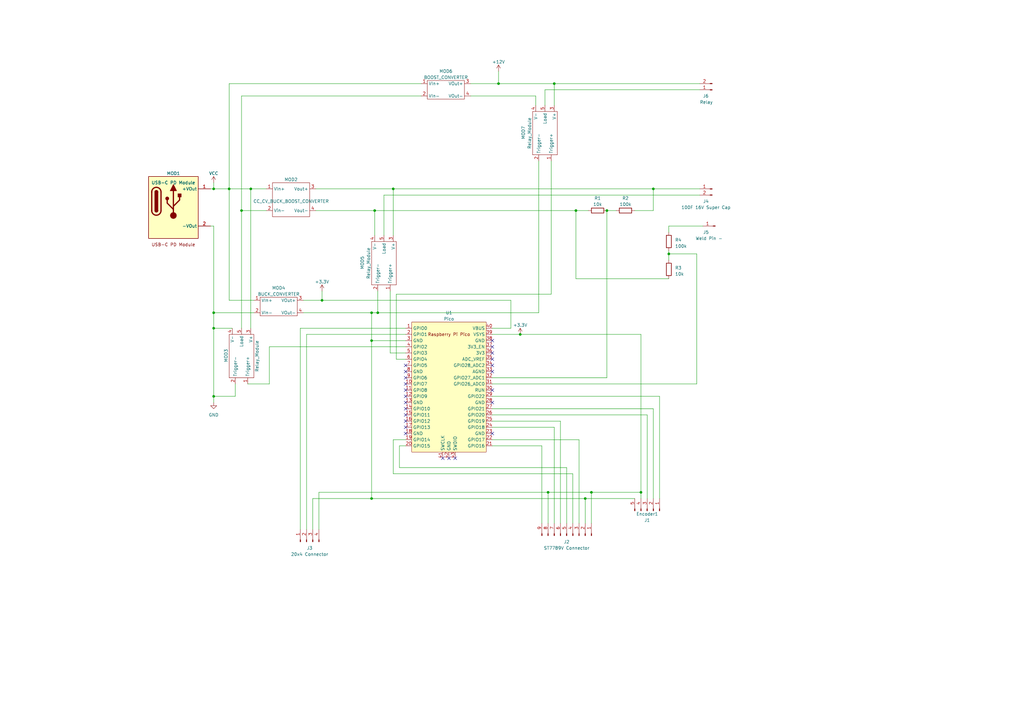
<source format=kicad_sch>
(kicad_sch (version 20230121) (generator eeschema)
  (paper "A3")
  (lib_symbols
    (symbol "Connector:Conn_01x01_Pin" (pin_names (offset 1.016) hide)
      (property "Reference" "J" (at 0 2.54 0))
      (property "Value" "Conn_01x01_Pin" (at 0 -2.54 0))
      (symbol "Conn_01x01_Pin_1_1"
        (polyline (pts (xy 1.27 0) (xy 0.8636 0)) (stroke (width 0.1524)))
        (rectangle (start 0.8636 0.127) (end 0 -0.127) (stroke (width 0.1524)) (fill (type outline)))
        (pin passive line (at 5.08 0 180) (length 3.81) (name "Pin_1") (number "1"))
      )
    )
    (symbol "Connector:Conn_01x02_Pin" (pin_names (offset 1.016) hide)
      (property "Reference" "J" (at 0 2.54 0))
      (property "Value" "Conn_01x02_Pin" (at 0 -5.08 0))
      (symbol "Conn_01x02_Pin_1_1"
        (polyline (pts (xy 1.27 -2.54) (xy 0.8636 -2.54)) (stroke (width 0.1524)))
        (polyline (pts (xy 1.27 0) (xy 0.8636 0)) (stroke (width 0.1524)))
        (rectangle (start 0.8636 -2.413) (end 0 -2.667) (stroke (width 0.1524)) (fill (type outline)))
        (rectangle (start 0.8636 0.127) (end 0 -0.127) (stroke (width 0.1524)) (fill (type outline)))
        (pin passive line (at 5.08 0 180) (length 3.81) (name "Pin_1") (number "1"))
        (pin passive line (at 5.08 -2.54 180) (length 3.81) (name "Pin_2") (number "2"))
      )
    )
    (symbol "Connector:Conn_01x04_Pin" (pin_names (offset 1.016) hide)
      (property "Reference" "J" (at 0 5.08 0))
      (property "Value" "Conn_01x04_Pin" (at 0 -7.62 0))
      (symbol "Conn_01x04_Pin_1_1"
        (polyline (pts (xy 1.27 -5.08) (xy 0.8636 -5.08)) (stroke (width 0.1524)))
        (polyline (pts (xy 1.27 -2.54) (xy 0.8636 -2.54)) (stroke (width 0.1524)))
        (polyline (pts (xy 1.27 0) (xy 0.8636 0)) (stroke (width 0.1524)))
        (polyline (pts (xy 1.27 2.54) (xy 0.8636 2.54)) (stroke (width 0.1524)))
        (rectangle (start 0.8636 -4.953) (end 0 -5.207) (stroke (width 0.1524)) (fill (type outline)))
        (rectangle (start 0.8636 -2.413) (end 0 -2.667) (stroke (width 0.1524)) (fill (type outline)))
        (rectangle (start 0.8636 0.127) (end 0 -0.127) (stroke (width 0.1524)) (fill (type outline)))
        (rectangle (start 0.8636 2.667) (end 0 2.413) (stroke (width 0.1524)) (fill (type outline)))
        (pin passive line (at 5.08 2.54 180) (length 3.81) (name "Pin_1") (number "1"))
        (pin passive line (at 5.08 0 180) (length 3.81) (name "Pin_2") (number "2"))
        (pin passive line (at 5.08 -2.54 180) (length 3.81) (name "Pin_3") (number "3"))
        (pin passive line (at 5.08 -5.08 180) (length 3.81) (name "Pin_4") (number "4"))
      )
    )
    (symbol "Connector:Conn_01x05_Pin" (pin_names (offset 1.016) hide)
      (property "Reference" "J" (at 0 7.62 0))
      (property "Value" "Conn_01x05_Pin" (at 0 -7.62 0))
      (symbol "Conn_01x05_Pin_1_1"
        (polyline (pts (xy 1.27 -5.08) (xy 0.8636 -5.08)) (stroke (width 0.1524)))
        (polyline (pts (xy 1.27 -2.54) (xy 0.8636 -2.54)) (stroke (width 0.1524)))
        (polyline (pts (xy 1.27 0) (xy 0.8636 0)) (stroke (width 0.1524)))
        (polyline (pts (xy 1.27 2.54) (xy 0.8636 2.54)) (stroke (width 0.1524)))
        (polyline (pts (xy 1.27 5.08) (xy 0.8636 5.08)) (stroke (width 0.1524)))
        (rectangle (start 0.8636 -4.953) (end 0 -5.207) (stroke (width 0.1524)) (fill (type outline)))
        (rectangle (start 0.8636 -2.413) (end 0 -2.667) (stroke (width 0.1524)) (fill (type outline)))
        (rectangle (start 0.8636 0.127) (end 0 -0.127) (stroke (width 0.1524)) (fill (type outline)))
        (rectangle (start 0.8636 2.667) (end 0 2.413) (stroke (width 0.1524)) (fill (type outline)))
        (rectangle (start 0.8636 5.207) (end 0 4.953) (stroke (width 0.1524)) (fill (type outline)))
        (pin passive line (at 5.08 5.08 180) (length 3.81) (name "Pin_1") (number "1"))
        (pin passive line (at 5.08 2.54 180) (length 3.81) (name "Pin_2") (number "2"))
        (pin passive line (at 5.08 0 180) (length 3.81) (name "Pin_3") (number "3"))
        (pin passive line (at 5.08 -2.54 180) (length 3.81) (name "Pin_4") (number "4"))
        (pin passive line (at 5.08 -5.08 180) (length 3.81) (name "Pin_5") (number "5"))
      )
    )
    (symbol "Connector:Conn_01x09_Pin" (pin_names (offset 1.016) hide)
      (property "Reference" "J" (at 0 12.7 0))
      (property "Value" "Conn_01x09_Pin" (at 0 -12.7 0))
      (symbol "Conn_01x09_Pin_1_1"
        (polyline (pts (xy 1.27 -10.16) (xy 0.8636 -10.16)) (stroke (width 0.1524)))
        (polyline (pts (xy 1.27 -7.62) (xy 0.8636 -7.62)) (stroke (width 0.1524)))
        (polyline (pts (xy 1.27 -5.08) (xy 0.8636 -5.08)) (stroke (width 0.1524)))
        (polyline (pts (xy 1.27 -2.54) (xy 0.8636 -2.54)) (stroke (width 0.1524)))
        (polyline (pts (xy 1.27 0) (xy 0.8636 0)) (stroke (width 0.1524)))
        (polyline (pts (xy 1.27 2.54) (xy 0.8636 2.54)) (stroke (width 0.1524)))
        (polyline (pts (xy 1.27 5.08) (xy 0.8636 5.08)) (stroke (width 0.1524)))
        (polyline (pts (xy 1.27 7.62) (xy 0.8636 7.62)) (stroke (width 0.1524)))
        (polyline (pts (xy 1.27 10.16) (xy 0.8636 10.16)) (stroke (width 0.1524)))
        (rectangle (start 0.8636 -10.033) (end 0 -10.287) (stroke (width 0.1524)) (fill (type outline)))
        (rectangle (start 0.8636 -7.493) (end 0 -7.747) (stroke (width 0.1524)) (fill (type outline)))
        (rectangle (start 0.8636 -4.953) (end 0 -5.207) (stroke (width 0.1524)) (fill (type outline)))
        (rectangle (start 0.8636 -2.413) (end 0 -2.667) (stroke (width 0.1524)) (fill (type outline)))
        (rectangle (start 0.8636 0.127) (end 0 -0.127) (stroke (width 0.1524)) (fill (type outline)))
        (rectangle (start 0.8636 2.667) (end 0 2.413) (stroke (width 0.1524)) (fill (type outline)))
        (rectangle (start 0.8636 5.207) (end 0 4.953) (stroke (width 0.1524)) (fill (type outline)))
        (rectangle (start 0.8636 7.747) (end 0 7.493) (stroke (width 0.1524)) (fill (type outline)))
        (rectangle (start 0.8636 10.287) (end 0 10.033) (stroke (width 0.1524)) (fill (type outline)))
        (pin passive line (at 5.08 10.16 180) (length 3.81) (name "Pin_1") (number "1"))
        (pin passive line (at 5.08 7.62 180) (length 3.81) (name "Pin_2") (number "2"))
        (pin passive line (at 5.08 5.08 180) (length 3.81) (name "Pin_3") (number "3"))
        (pin passive line (at 5.08 2.54 180) (length 3.81) (name "Pin_4") (number "4"))
        (pin passive line (at 5.08 0 180) (length 3.81) (name "Pin_5") (number "5"))
        (pin passive line (at 5.08 -2.54 180) (length 3.81) (name "Pin_6") (number "6"))
        (pin passive line (at 5.08 -5.08 180) (length 3.81) (name "Pin_7") (number "7"))
        (pin passive line (at 5.08 -7.62 180) (length 3.81) (name "Pin_8") (number "8"))
        (pin passive line (at 5.08 -10.16 180) (length 3.81) (name "Pin_9") (number "9"))
      )
    )
    (symbol "Custom_Modules:BOOST_CONVERTER"
      (property "Reference" "MOD" (at 0 5.08 0))
      (property "Value" "BOOST_CONVERTER" (at 0 0 0))
      (symbol "BOOST_CONVERTER_0_1"
        (rectangle (start -7.62 3.81) (end 7.62 -3.81))
      )
      (symbol "BOOST_CONVERTER_1_1"
        (pin power_in line (at -10.16 2.54 0) (length 2.54) (name "VIn+") (number "1"))
        (pin power_in line (at -10.16 -2.54 0) (length 2.54) (name "VIn-") (number "2"))
        (pin power_out line (at 10.16 2.54 180) (length 2.54) (name "VOut+") (number "3"))
        (pin power_out line (at 10.16 -2.54 180) (length 2.54) (name "VOut-") (number "4"))
      )
    )
    (symbol "Custom_Modules:BUCK_CONVERTER"
      (property "Reference" "MOD" (at 0 5.08 0))
      (property "Value" "BUCK_CONVERTER" (at 0 0 0))
      (symbol "BUCK_CONVERTER_0_1"
        (rectangle (start -7.62 3.81) (end 7.62 -3.81))
      )
      (symbol "BUCK_CONVERTER_1_1"
        (pin power_in line (at -10.16 2.54 0) (length 2.54) (name "VIn+") (number "1"))
        (pin power_in line (at -10.16 -2.54 0) (length 2.54) (name "VIn-") (number "2"))
        (pin power_out line (at 10.16 2.54 180) (length 2.54) (name "VOut+") (number "3"))
        (pin power_out line (at 10.16 -2.54 180) (length 2.54) (name "VOut-") (number "4"))
      )
    )
    (symbol "Custom_Modules:CC_CV_BUCK_BOOST_CONVERTER"
      (property "Reference" "MOD" (at 0 10.16 0))
      (property "Value" "CC_CV_BUCK_BOOST_CONVERTER" (at 0 0 0))
      (symbol "CC_CV_BUCK_BOOST_CONVERTER_0_1"
        (rectangle (start -7.62 7.62) (end 7.62 -6.35))
      )
      (symbol "CC_CV_BUCK_BOOST_CONVERTER_1_1"
        (pin power_in line (at -10.16 5.08 0) (length 2.54) (name "VIn+") (number "1"))
        (pin power_in line (at -10.16 -3.81 0) (length 2.54) (name "Vin-") (number "2"))
        (pin power_out line (at 10.16 5.08 180) (length 2.54) (name "Vout+") (number "3"))
        (pin power_out line (at 10.16 -3.81 180) (length 2.54) (name "Vout-") (number "4"))
      )
    )
    (symbol "Custom_Modules:Relay_Module"
      (property "Reference" "MOD" (at 0 6.35 0))
      (symbol "Relay_Module_0_1"
        (rectangle (start -8.89 5.08) (end 8.89 -5.08))
      )
      (symbol "Relay_Module_1_1"
        (pin input line (at -11.43 2.54 0) (length 2.54) (name "Trigger+") (number "1"))
        (pin input line (at -11.43 -2.54 0) (length 2.54) (name "Trigger-") (number "2"))
        (pin power_in line (at 11.43 3.81 180) (length 2.54) (name "V+") (number "3"))
        (pin power_in line (at 11.43 -3.81 180) (length 2.54) (name "V-") (number "4"))
        (pin power_out line (at 11.43 0 180) (length 2.54) (name "Load") (number "5"))
      )
    )
    (symbol "Custom_Modules:USBC_PD_Module"
      (property "Reference" "MOD" (at -19.05 17.78 0))
      (symbol "USBC_PD_Module_0_1"
        (rectangle (start -29.21 16.51) (end -8.89 -8.89) (stroke (width 0.254)) (fill (type background)))
        (arc (start -27.94 2.54) (mid -26.035 0.6433) (end -24.13 2.54) (stroke (width 0.508)))
        (arc (start -26.67 2.54) (mid -26.035 1.9077) (end -25.4 2.54) (stroke (width 0.254)))
        (arc (start -26.67 2.54) (mid -26.035 1.9077) (end -25.4 2.54) (stroke (width 0.254)) (fill (type outline)))
        (rectangle (start -26.67 10.16) (end -25.4 2.54) (stroke (width 0.254)) (fill (type outline)))
        (arc (start -25.4 10.16) (mid -26.035 10.7923) (end -26.67 10.16) (stroke (width 0.254)))
        (arc (start -25.4 10.16) (mid -26.035 10.7923) (end -26.67 10.16) (stroke (width 0.254)) (fill (type outline)))
        (arc (start -24.13 10.16) (mid -26.035 12.0567) (end -27.94 10.16) (stroke (width 0.508)))
        (circle (center -21.59 7.493) (radius 0.635) (stroke (width 0.254)) (fill (type outline)))
        (circle (center -19.05 0.508) (radius 1.27) (fill (type outline)))
        (rectangle (start -17.145 8.128) (end -15.875 9.398) (stroke (width 0.254)) (fill (type outline)))
        (polyline (pts (xy -27.94 2.54) (xy -27.94 10.16)) (stroke (width 0.508)))
        (polyline (pts (xy -24.13 10.16) (xy -24.13 2.54)) (stroke (width 0.508)))
        (polyline (pts (xy -19.05 0.508) (xy -19.05 10.668)) (stroke (width 0.508)))
        (polyline (pts (xy -19.05 3.048) (xy -21.59 5.588) (xy -21.59 6.858)) (stroke (width 0.508)))
        (polyline (pts (xy -19.05 4.318) (xy -16.51 6.858) (xy -16.51 8.128)) (stroke (width 0.508)))
        (polyline (pts (xy -20.32 10.668) (xy -19.05 13.208) (xy -17.78 10.668) (xy -20.32 10.668)) (stroke (width 0.254)) (fill (type outline)))
        (text "USB-C PD Module\n" (at -19.05 -11.43 0) (effects (font (size 1.27 1.27))))
      )
      (symbol "USBC_PD_Module_1_1"
        (pin power_out line (at -3.81 11.43 180) (length 5.08) (name "+VOut") (number "1"))
        (pin power_out line (at -3.81 -3.81 180) (length 5.08) (name "-VOut") (number "2"))
      )
    )
    (symbol "Device:R" (pin_numbers hide) (pin_names (offset 0))
      (property "Reference" "R" (at 2.032 0 90))
      (property "Value" "R" (at 0 0 90))
      (symbol "R_0_1"
        (rectangle (start -1.016 -2.54) (end 1.016 2.54) (stroke (width 0.254)))
      )
      (symbol "R_1_1"
        (pin passive line (at 0 3.81 270) (length 1.27) (name "~") (number "1"))
        (pin passive line (at 0 -3.81 90) (length 1.27) (name "~") (number "2"))
      )
    )
    (symbol "MCU_RaspberryPi_and_Boards:Pico"
      (property "Reference" "U" (at -13.97 27.94 0))
      (property "Value" "Pico" (at 0 19.05 0))
      (symbol "Pico_0_0"
        (text "Raspberry Pi Pico" (at 0 21.59 0) (effects (font (size 1.27 1.27))))
      )
      (symbol "Pico_0_1"
        (rectangle (start -15.24 26.67) (end 15.24 -26.67) (fill (type background)))
      )
      (symbol "Pico_1_1"
        (pin bidirectional line (at -17.78 24.13 0) (length 2.54) (name "GPIO0") (number "1"))
        (pin bidirectional line (at -17.78 1.27 0) (length 2.54) (name "GPIO7") (number "10"))
        (pin bidirectional line (at -17.78 -1.27 0) (length 2.54) (name "GPIO8") (number "11"))
        (pin bidirectional line (at -17.78 -3.81 0) (length 2.54) (name "GPIO9") (number "12"))
        (pin power_in line (at -17.78 -6.35 0) (length 2.54) (name "GND") (number "13"))
        (pin bidirectional line (at -17.78 -8.89 0) (length 2.54) (name "GPIO10") (number "14"))
        (pin bidirectional line (at -17.78 -11.43 0) (length 2.54) (name "GPIO11") (number "15"))
        (pin bidirectional line (at -17.78 -13.97 0) (length 2.54) (name "GPIO12") (number "16"))
        (pin bidirectional line (at -17.78 -16.51 0) (length 2.54) (name "GPIO13") (number "17"))
        (pin power_in line (at -17.78 -19.05 0) (length 2.54) (name "GND") (number "18"))
        (pin bidirectional line (at -17.78 -21.59 0) (length 2.54) (name "GPIO14") (number "19"))
        (pin bidirectional line (at -17.78 21.59 0) (length 2.54) (name "GPIO1") (number "2"))
        (pin bidirectional line (at -17.78 -24.13 0) (length 2.54) (name "GPIO15") (number "20"))
        (pin bidirectional line (at 17.78 -24.13 180) (length 2.54) (name "GPIO16") (number "21"))
        (pin bidirectional line (at 17.78 -21.59 180) (length 2.54) (name "GPIO17") (number "22"))
        (pin power_in line (at 17.78 -19.05 180) (length 2.54) (name "GND") (number "23"))
        (pin bidirectional line (at 17.78 -16.51 180) (length 2.54) (name "GPIO18") (number "24"))
        (pin bidirectional line (at 17.78 -13.97 180) (length 2.54) (name "GPIO19") (number "25"))
        (pin bidirectional line (at 17.78 -11.43 180) (length 2.54) (name "GPIO20") (number "26"))
        (pin bidirectional line (at 17.78 -8.89 180) (length 2.54) (name "GPIO21") (number "27"))
        (pin power_in line (at 17.78 -6.35 180) (length 2.54) (name "GND") (number "28"))
        (pin bidirectional line (at 17.78 -3.81 180) (length 2.54) (name "GPIO22") (number "29"))
        (pin power_in line (at -17.78 19.05 0) (length 2.54) (name "GND") (number "3"))
        (pin input line (at 17.78 -1.27 180) (length 2.54) (name "RUN") (number "30"))
        (pin bidirectional line (at 17.78 1.27 180) (length 2.54) (name "GPIO26_ADC0") (number "31"))
        (pin bidirectional line (at 17.78 3.81 180) (length 2.54) (name "GPIO27_ADC1") (number "32"))
        (pin power_in line (at 17.78 6.35 180) (length 2.54) (name "AGND") (number "33"))
        (pin bidirectional line (at 17.78 8.89 180) (length 2.54) (name "GPIO28_ADC2") (number "34"))
        (pin power_in line (at 17.78 11.43 180) (length 2.54) (name "ADC_VREF") (number "35"))
        (pin power_in line (at 17.78 13.97 180) (length 2.54) (name "3V3") (number "36"))
        (pin input line (at 17.78 16.51 180) (length 2.54) (name "3V3_EN") (number "37"))
        (pin bidirectional line (at 17.78 19.05 180) (length 2.54) (name "GND") (number "38"))
        (pin power_in line (at 17.78 21.59 180) (length 2.54) (name "VSYS") (number "39"))
        (pin bidirectional line (at -17.78 16.51 0) (length 2.54) (name "GPIO2") (number "4"))
        (pin power_in line (at 17.78 24.13 180) (length 2.54) (name "VBUS") (number "40"))
        (pin input line (at -2.54 -29.21 90) (length 2.54) (name "SWCLK") (number "41"))
        (pin power_in line (at 0 -29.21 90) (length 2.54) (name "GND") (number "42"))
        (pin bidirectional line (at 2.54 -29.21 90) (length 2.54) (name "SWDIO") (number "43"))
        (pin bidirectional line (at -17.78 13.97 0) (length 2.54) (name "GPIO3") (number "5"))
        (pin bidirectional line (at -17.78 11.43 0) (length 2.54) (name "GPIO4") (number "6"))
        (pin bidirectional line (at -17.78 8.89 0) (length 2.54) (name "GPIO5") (number "7"))
        (pin power_in line (at -17.78 6.35 0) (length 2.54) (name "GND") (number "8"))
        (pin bidirectional line (at -17.78 3.81 0) (length 2.54) (name "GPIO6") (number "9"))
      )
    )
    (symbol "power:+12V" (power) (pin_names (offset 0))
      (property "Value" "+12V" (at 0 3.556 0))
      (symbol "+12V_0_1"
        (polyline (pts (xy -0.762 1.27) (xy 0 2.54)))
        (polyline (pts (xy 0 0) (xy 0 2.54)))
        (polyline (pts (xy 0 2.54) (xy 0.762 1.27)))
      )
      (symbol "+12V_1_1"
        (pin power_in line (at 0 0 90) (length 0) hide (name "+12V") (number "1"))
      )
    )
    (symbol "power:+3.3V" (power) (pin_names (offset 0))
      (property "Value" "+3.3V" (at 0 3.556 0))
      (symbol "+3.3V_0_1"
        (polyline (pts (xy -0.762 1.27) (xy 0 2.54)))
        (polyline (pts (xy 0 0) (xy 0 2.54)))
        (polyline (pts (xy 0 2.54) (xy 0.762 1.27)))
      )
      (symbol "+3.3V_1_1"
        (pin power_in line (at 0 0 90) (length 0) hide (name "+3.3V") (number "1"))
      )
    )
    (symbol "power:GND" (power) (pin_names (offset 0))
      (property "Value" "GND" (at 0 -3.81 0))
      (symbol "GND_0_1"
        (polyline (pts (xy 0 0) (xy 0 -1.27) (xy 1.27 -1.27) (xy 0 -2.54) (xy -1.27 -1.27) (xy 0 -1.27)))
      )
      (symbol "GND_1_1"
        (pin power_in line (at 0 0 270) (length 0) hide (name "GND") (number "1"))
      )
    )
    (symbol "power:VCC" (power) (pin_names (offset 0))
      (property "Value" "VCC" (at 0 3.81 0))
      (symbol "VCC_0_1"
        (polyline (pts (xy -0.762 1.27) (xy 0 2.54)))
        (polyline (pts (xy 0 0) (xy 0 2.54)))
        (polyline (pts (xy 0 2.54) (xy 0.762 1.27)))
      )
      (symbol "VCC_1_1"
        (pin power_in line (at 0 0 90) (length 0) hide (name "VCC") (number "1"))
      )
    )
  )
  (junction (at 93.98 77.47))
  (junction (at 154.94 128.27))
  (junction (at 102.87 77.47))
  (junction (at 153.67 86.36))
  (junction (at 152.4 204.47))
  (junction (at 204.47 34.29))
  (junction (at 152.4 139.7))
  (junction (at 87.63 134.62))
  (junction (at 161.29 77.47))
  (junction (at 248.92 86.36))
  (junction (at 213.36 137.16))
  (junction (at 87.63 162.56))
  (junction (at 240.03 204.47))
  (junction (at 227.33 34.29))
  (junction (at 236.22 86.36))
  (junction (at 87.63 128.27))
  (junction (at 99.06 86.36))
  (junction (at 224.79 201.93))
  (junction (at 152.4 128.27))
  (junction (at 132.08 123.19))
  (junction (at 87.63 77.47))
  (junction (at 242.57 201.93))
  (junction (at 274.32 104.14))
  (junction (at 267.97 77.47))
  (junction (at 262.89 201.93))
  (no_connect (at 166.37 172.72))
  (no_connect (at 166.37 154.94))
  (no_connect (at 201.93 149.86))
  (no_connect (at 201.93 160.02))
  (no_connect (at 166.37 160.02))
  (no_connect (at 166.37 149.86))
  (no_connect (at 201.93 177.8))
  (no_connect (at 201.93 165.1))
  (no_connect (at 184.15 187.96))
  (no_connect (at 201.93 147.32))
  (no_connect (at 166.37 152.4))
  (no_connect (at 186.69 187.96))
  (no_connect (at 166.37 162.56))
  (no_connect (at 166.37 175.26))
  (no_connect (at 166.37 167.64))
  (no_connect (at 166.37 165.1))
  (no_connect (at 166.37 170.18))
  (no_connect (at 166.37 177.8))
  (no_connect (at 201.93 142.24))
  (no_connect (at 201.93 152.4))
  (no_connect (at 166.37 157.48))
  (no_connect (at 201.93 139.7))
  (no_connect (at 201.93 144.78))
  (no_connect (at 181.61 187.96))
  (wire (pts (xy 87.63 128.27) (xy 104.14 128.27)))
  (wire (pts (xy 102.87 77.47) (xy 102.87 134.62)))
  (wire (pts (xy 161.29 194.31) (xy 234.95 194.31)))
  (wire (pts (xy 99.06 39.37) (xy 99.06 86.36)))
  (wire (pts (xy 204.47 34.29) (xy 227.33 34.29)))
  (wire (pts (xy 267.97 77.47) (xy 267.97 86.36)))
  (wire (pts (xy 99.06 39.37) (xy 172.72 39.37)))
  (wire (pts (xy 87.63 162.56) (xy 96.52 162.56)))
  (wire (pts (xy 287.02 36.83) (xy 223.52 36.83)))
  (wire (pts (xy 227.33 175.26) (xy 227.33 214.63)))
  (wire (pts (xy 204.47 29.21) (xy 204.47 34.29)))
  (wire (pts (xy 248.92 86.36) (xy 252.73 86.36)))
  (wire (pts (xy 123.19 217.17) (xy 123.19 134.62)))
  (wire (pts (xy 162.56 120.65) (xy 226.06 120.65)))
  (wire (pts (xy 274.32 102.87) (xy 274.32 104.14)))
  (wire (pts (xy 110.49 157.48) (xy 101.6 157.48)))
  (wire (pts (xy 209.55 123.19) (xy 209.55 134.62)))
  (wire (pts (xy 224.79 214.63) (xy 224.79 201.93)))
  (wire (pts (xy 87.63 162.56) (xy 87.63 134.62)))
  (wire (pts (xy 248.92 86.36) (xy 248.92 154.94)))
  (wire (pts (xy 236.22 114.3) (xy 236.22 86.36)))
  (wire (pts (xy 236.22 86.36) (xy 241.3 86.36)))
  (wire (pts (xy 125.73 137.16) (xy 125.73 217.17)))
  (wire (pts (xy 128.27 204.47) (xy 152.4 204.47)))
  (wire (pts (xy 99.06 134.62) (xy 99.06 86.36)))
  (wire (pts (xy 201.93 157.48) (xy 285.75 157.48)))
  (wire (pts (xy 124.46 128.27) (xy 152.4 128.27)))
  (wire (pts (xy 224.79 201.93) (xy 130.81 201.93)))
  (wire (pts (xy 201.93 167.64) (xy 267.97 167.64)))
  (wire (pts (xy 87.63 165.1) (xy 87.63 162.56)))
  (wire (pts (xy 274.32 92.71) (xy 274.32 95.25)))
  (wire (pts (xy 287.02 80.01) (xy 157.48 80.01)))
  (wire (pts (xy 227.33 34.29) (xy 287.02 34.29)))
  (wire (pts (xy 229.87 214.63) (xy 229.87 172.72)))
  (wire (pts (xy 129.54 77.47) (xy 161.29 77.47)))
  (wire (pts (xy 152.4 139.7) (xy 166.37 139.7)))
  (wire (pts (xy 201.93 154.94) (xy 248.92 154.94)))
  (wire (pts (xy 166.37 182.88) (xy 163.83 182.88)))
  (wire (pts (xy 274.32 104.14) (xy 274.32 106.68)))
  (wire (pts (xy 152.4 139.7) (xy 152.4 128.27)))
  (wire (pts (xy 93.98 34.29) (xy 93.98 77.47)))
  (wire (pts (xy 274.32 114.3) (xy 236.22 114.3)))
  (wire (pts (xy 240.03 204.47) (xy 260.35 204.47)))
  (wire (pts (xy 87.63 128.27) (xy 87.63 134.62)))
  (wire (pts (xy 129.54 86.36) (xy 153.67 86.36)))
  (wire (pts (xy 201.93 182.88) (xy 222.25 182.88)))
  (wire (pts (xy 152.4 204.47) (xy 240.03 204.47)))
  (wire (pts (xy 201.93 175.26) (xy 227.33 175.26)))
  (wire (pts (xy 110.49 142.24) (xy 110.49 157.48)))
  (wire (pts (xy 267.97 167.64) (xy 267.97 204.47)))
  (wire (pts (xy 237.49 180.34) (xy 237.49 214.63)))
  (wire (pts (xy 130.81 201.93) (xy 130.81 217.17)))
  (wire (pts (xy 153.67 86.36) (xy 236.22 86.36)))
  (wire (pts (xy 153.67 86.36) (xy 153.67 96.52)))
  (wire (pts (xy 260.35 86.36) (xy 267.97 86.36)))
  (wire (pts (xy 201.93 137.16) (xy 213.36 137.16)))
  (wire (pts (xy 86.36 77.47) (xy 87.63 77.47)))
  (wire (pts (xy 87.63 134.62) (xy 95.25 134.62)))
  (wire (pts (xy 132.08 123.19) (xy 209.55 123.19)))
  (wire (pts (xy 265.43 170.18) (xy 265.43 204.47)))
  (wire (pts (xy 163.83 182.88) (xy 163.83 191.77)))
  (wire (pts (xy 87.63 92.71) (xy 86.36 92.71)))
  (wire (pts (xy 232.41 191.77) (xy 232.41 214.63)))
  (wire (pts (xy 201.93 134.62) (xy 209.55 134.62)))
  (wire (pts (xy 267.97 77.47) (xy 287.02 77.47)))
  (wire (pts (xy 152.4 139.7) (xy 152.4 204.47)))
  (wire (pts (xy 166.37 142.24) (xy 110.49 142.24)))
  (wire (pts (xy 93.98 77.47) (xy 93.98 123.19)))
  (wire (pts (xy 124.46 123.19) (xy 132.08 123.19)))
  (wire (pts (xy 154.94 119.38) (xy 154.94 128.27)))
  (wire (pts (xy 223.52 36.83) (xy 223.52 43.18)))
  (wire (pts (xy 128.27 217.17) (xy 128.27 204.47)))
  (wire (pts (xy 161.29 77.47) (xy 267.97 77.47)))
  (wire (pts (xy 240.03 204.47) (xy 240.03 214.63)))
  (wire (pts (xy 166.37 144.78) (xy 160.02 144.78)))
  (wire (pts (xy 222.25 182.88) (xy 222.25 214.63)))
  (wire (pts (xy 285.75 157.48) (xy 285.75 104.14)))
  (wire (pts (xy 234.95 194.31) (xy 234.95 214.63)))
  (wire (pts (xy 93.98 77.47) (xy 102.87 77.47)))
  (wire (pts (xy 87.63 92.71) (xy 87.63 128.27)))
  (wire (pts (xy 201.93 162.56) (xy 270.51 162.56)))
  (wire (pts (xy 201.93 180.34) (xy 237.49 180.34)))
  (wire (pts (xy 213.36 137.16) (xy 262.89 137.16)))
  (wire (pts (xy 166.37 180.34) (xy 161.29 180.34)))
  (wire (pts (xy 123.19 134.62) (xy 166.37 134.62)))
  (wire (pts (xy 226.06 120.65) (xy 226.06 66.04)))
  (wire (pts (xy 161.29 96.52) (xy 161.29 77.47)))
  (wire (pts (xy 166.37 137.16) (xy 125.73 137.16)))
  (wire (pts (xy 193.04 39.37) (xy 219.71 39.37)))
  (wire (pts (xy 285.75 104.14) (xy 274.32 104.14)))
  (wire (pts (xy 163.83 191.77) (xy 232.41 191.77)))
  (wire (pts (xy 87.63 74.93) (xy 87.63 77.47)))
  (wire (pts (xy 193.04 34.29) (xy 204.47 34.29)))
  (wire (pts (xy 93.98 34.29) (xy 172.72 34.29)))
  (wire (pts (xy 262.89 137.16) (xy 262.89 201.93)))
  (wire (pts (xy 220.98 128.27) (xy 154.94 128.27)))
  (wire (pts (xy 132.08 119.38) (xy 132.08 123.19)))
  (wire (pts (xy 160.02 144.78) (xy 160.02 119.38)))
  (wire (pts (xy 224.79 201.93) (xy 242.57 201.93)))
  (wire (pts (xy 157.48 80.01) (xy 157.48 96.52)))
  (wire (pts (xy 102.87 77.47) (xy 109.22 77.47)))
  (wire (pts (xy 262.89 201.93) (xy 262.89 204.47)))
  (wire (pts (xy 227.33 34.29) (xy 227.33 43.18)))
  (wire (pts (xy 87.63 77.47) (xy 93.98 77.47)))
  (wire (pts (xy 219.71 39.37) (xy 219.71 43.18)))
  (wire (pts (xy 154.94 128.27) (xy 152.4 128.27)))
  (wire (pts (xy 166.37 147.32) (xy 162.56 147.32)))
  (wire (pts (xy 220.98 66.04) (xy 220.98 128.27)))
  (wire (pts (xy 242.57 201.93) (xy 262.89 201.93)))
  (wire (pts (xy 242.57 214.63) (xy 242.57 201.93)))
  (wire (pts (xy 99.06 86.36) (xy 109.22 86.36)))
  (wire (pts (xy 201.93 172.72) (xy 229.87 172.72)))
  (wire (pts (xy 162.56 147.32) (xy 162.56 120.65)))
  (wire (pts (xy 201.93 170.18) (xy 265.43 170.18)))
  (wire (pts (xy 96.52 157.48) (xy 96.52 162.56)))
  (wire (pts (xy 93.98 123.19) (xy 104.14 123.19)))
  (wire (pts (xy 270.51 162.56) (xy 270.51 204.47)))
  (wire (pts (xy 161.29 180.34) (xy 161.29 194.31)))
  (wire (pts (xy 288.29 92.71) (xy 274.32 92.71)))
  (symbol (lib_id "Device:R") (at 274.32 99.06 0) (unit 1)
    (property "Reference" "R4" (at 276.86 98.425 0) (effects (justify left)))
    (property "Value" "100k" (at 276.86 100.965 0) (effects (justify left)))
    (property "Footprint" "Resistor_THT:R_Axial_DIN0204_L3.6mm_D1.6mm_P1.90mm_Vertical" (effects hide))
  )
  (symbol (lib_id "Connector:Conn_01x05_Pin") (at 265.43 209.55 270) (mirror x) (unit 1)
    (property "Reference" "J1" (at 265.43 213.36 90))
    (property "Value" "Encoder1" (at 265.43 210.82 90))
    (property "Footprint" "Connector_JST:JST_EH_B5B-EH-A_1x05_P2.50mm_Vertical" (effects hide))
  )
  (symbol (lib_id "Connector:Conn_01x09_Pin") (at 232.41 219.71 270) (mirror x) (unit 1)
    (property "Reference" "J2" (at 232.41 222.25 90))
    (property "Value" "ST7789V Connector" (at 232.41 224.79 90))
    (property "Footprint" "Connector_JST:JST_EH_B9B-EH-A_1x09_P2.50mm_Vertical" (effects hide))
  )
  (symbol (lib_id "power:+3.3V") (at 132.08 119.38 0) (unit 1)
    (property "Reference" "#PWR03" (effects hide))
    (property "Value" "+5V" (at 132.08 115.57 0))
  )
  (symbol (lib_id "Connector:Conn_01x02_Pin") (at 292.1 77.47 0) (mirror y) (unit 1)
    (property "Reference" "J4" (at 289.56 82.55 0))
    (property "Value" "100F 16V Super Cap" (at 289.56 85.09 0))
    (property "Footprint" "Connector_JST:JST_EH_B2B-EH-A_1x02_P2.50mm_Vertical" (effects hide))
  )
  (symbol (lib_id "MCU_RaspberryPi_and_Boards:Pico") (at 184.15 158.75 0) (unit 1)
    (property "Reference" "U1" (at 184.15 128.27 0))
    (property "Value" "Pico" (at 184.15 130.81 0))
    (property "Footprint" "MCU_RaspberryPi_and_Boards:RPi_Pico_SMD_TH" (effects hide))
  )
  (symbol (lib_id "Connector:Conn_01x01_Pin") (at 293.37 92.71 0) (mirror y) (unit 1)
    (property "Reference" "J5" (at 289.56 95.25 0))
    (property "Value" "Weld Pin -" (at 290.83 97.79 0))
    (property "Footprint" "Connector_JST:JST_EH_B2B-EH-A_1x02_P2.50mm_Vertical" (effects hide))
  )
  (symbol (lib_id "power:+12V") (at 204.47 29.21 0) (unit 1)
    (property "Reference" "#PWR04" (effects hide))
    (property "Value" "+12V" (at 204.47 25.4 0))
  )
  (symbol (lib_id "Device:R") (at 274.32 110.49 0) (unit 1)
    (property "Reference" "R3" (at 276.86 109.855 0) (effects (justify left)))
    (property "Value" "10k" (at 276.86 112.395 0) (effects (justify left)))
    (property "Footprint" "Resistor_THT:R_Axial_DIN0204_L3.6mm_D1.6mm_P1.90mm_Vertical" (effects hide))
  )
  (symbol (lib_id "Custom_Modules:Relay_Module") (at 223.52 54.61 270) (mirror x) (unit 1)
    (property "Reference" "MOD7" (at 214.63 57.15 0) (effects (justify left)))
    (property "Value" "Relay_Module" (at 217.17 54.61 0))
    (property "Footprint" "Custom_Modules:Relay_Module" (effects hide))
  )
  (symbol (lib_id "Connector:Conn_01x02_Pin") (at 292.1 36.83 180) (unit 1)
    (property "Reference" "J6" (at 288.29 39.37 0) (effects (justify right)))
    (property "Value" "Relay" (at 287.02 41.91 0) (effects (justify right)))
    (property "Footprint" "Connector_JST:JST_EH_B2B-EH-A_1x02_P2.50mm_Vertical" (effects hide))
  )
  (symbol (lib_id "power:VCC") (at 87.63 74.93 0) (unit 1)
    (property "Reference" "#PWR02" (effects hide))
    (property "Value" "VCC" (at 87.63 71.12 0))
  )
  (symbol (lib_id "power:+3.3V") (at 213.36 137.16 0) (unit 1)
    (property "Reference" "#PWR05" (effects hide))
    (property "Value" "+3.3V" (at 213.36 133.35 0))
  )
  (symbol (lib_id "Custom_Modules:BOOST_CONVERTER") (at 182.88 36.83 0) (unit 1)
    (property "Reference" "MOD6" (at 182.88 29.21 0))
    (property "Value" "BOOST_CONVERTER" (at 182.88 31.75 0))
    (property "Footprint" "Custom_Modules:BOOST_COVERTER" (effects hide))
  )
  (symbol (lib_id "Custom_Modules:Relay_Module") (at 157.48 107.95 270) (mirror x) (unit 1)
    (property "Reference" "MOD5" (at 148.59 110.49 0) (effects (justify left)))
    (property "Value" "Relay_Module" (at 151.13 107.95 0))
    (property "Footprint" "Custom_Modules:Relay_Module" (effects hide))
  )
  (symbol (lib_id "Custom_Modules:USBC_PD_Module") (at 90.17 88.9 0) (unit 1)
    (property "Reference" "MOD1" (at 71.12 71.12 0))
    (property "Value" "USB-C PD Module" (at 71.12 74.93 0))
    (property "Footprint" "Custom_Modules:USBC_PD_Module" (effects hide))
  )
  (symbol (lib_id "Device:R") (at 256.54 86.36 270) (unit 1)
    (property "Reference" "R2" (at 256.54 81.28 90))
    (property "Value" "100k" (at 256.54 83.82 90))
    (property "Footprint" "Resistor_THT:R_Axial_DIN0204_L3.6mm_D1.6mm_P1.90mm_Vertical" (effects hide))
  )
  (symbol (lib_id "power:GND") (at 87.63 165.1 0) (unit 1)
    (property "Reference" "#PWR01" (effects hide))
    (property "Value" "GND" (at 87.63 170.18 0))
  )
  (symbol (lib_id "Custom_Modules:Relay_Module") (at 99.06 146.05 270) (mirror x) (unit 1)
    (property "Reference" "MOD3" (at 92.71 148.59 0) (effects (justify left)))
    (property "Value" "Relay_Module" (at 105.41 146.05 0))
    (property "Footprint" "Custom_Modules:Relay_Module" (effects hide))
  )
  (symbol (lib_id "Custom_Modules:BUCK_CONVERTER") (at 114.3 125.73 0) (unit 1)
    (property "Reference" "MOD4" (at 114.3 118.11 0))
    (property "Value" "BUCK_CONVERTER" (at 114.3 120.65 0))
    (property "Footprint" "Custom_Modules:BUCK_COVERTER" (effects hide))
  )
  (symbol (lib_id "Connector:Conn_01x04_Pin") (at 125.73 222.25 90) (unit 1)
    (property "Reference" "J3" (at 127 224.79 90))
    (property "Value" "20x4 Connector" (at 127 227.33 90))
    (property "Footprint" "Connector_JST:JST_EH_B4B-EH-A_1x04_P2.50mm_Vertical" (effects hide))
  )
  (symbol (lib_id "Device:R") (at 245.11 86.36 270) (unit 1)
    (property "Reference" "R1" (at 245.11 81.28 90))
    (property "Value" "10k" (at 245.11 83.82 90))
    (property "Footprint" "Resistor_THT:R_Axial_DIN0204_L3.6mm_D1.6mm_P1.90mm_Vertical" (effects hide))
  )
  (symbol (lib_id "Custom_Modules:CC_CV_BUCK_BOOST_CONVERTER") (at 119.38 82.55 0) (unit 1)
    (property "Reference" "MOD2" (at 119.38 73.66 0))
    (property "Value" "CC_CV_BUCK_BOOST_CONVERTER" (at 119.38 82.55 0))
    (property "Footprint" "Custom_Modules:CC_CV_BUCK_BOOST_CONVERTER" (effects hide))
  )
)
</source>
